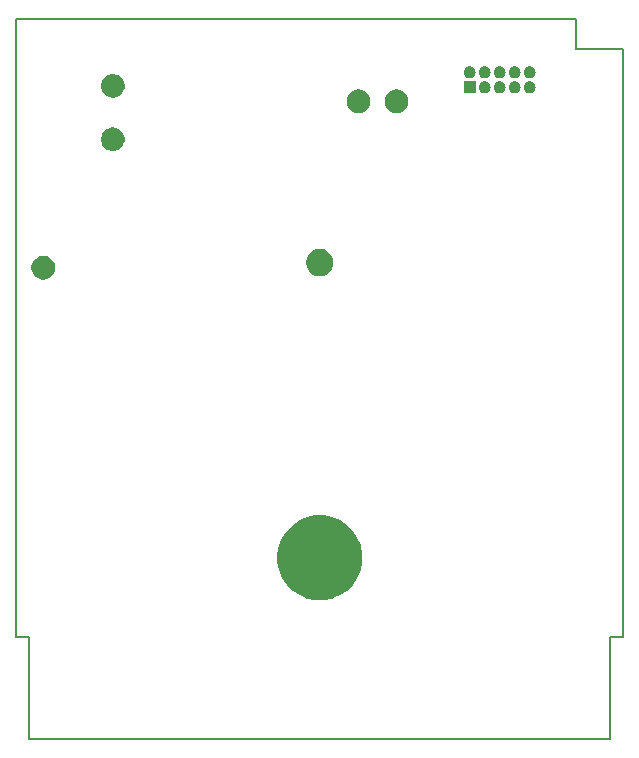
<source format=gbr>
G04 #@! TF.GenerationSoftware,KiCad,Pcbnew,5.0.2-bee76a0~70~ubuntu18.10.1*
G04 #@! TF.CreationDate,2019-01-06T00:11:17+02:00*
G04 #@! TF.ProjectId,GB-CART2M-A,47422d43-4152-4543-924d-2d412e6b6963,v1.0*
G04 #@! TF.SameCoordinates,Original*
G04 #@! TF.FileFunction,Soldermask,Bot*
G04 #@! TF.FilePolarity,Negative*
%FSLAX46Y46*%
G04 Gerber Fmt 4.6, Leading zero omitted, Abs format (unit mm)*
G04 Created by KiCad (PCBNEW 5.0.2-bee76a0~70~ubuntu18.10.1) date su  6. tammikuuta 2019 00.11.17*
%MOMM*%
%LPD*%
G01*
G04 APERTURE LIST*
%ADD10C,0.150000*%
%ADD11C,0.100000*%
G04 APERTURE END LIST*
D10*
X121700000Y-39000000D02*
X121700000Y-41600000D01*
X74300000Y-39000000D02*
X121700000Y-39000000D01*
X125700000Y-41600000D02*
X121700000Y-41600000D01*
X74300000Y-91400000D02*
X74300000Y-39000000D01*
X75400000Y-91400000D02*
X74300000Y-91400000D01*
X75400000Y-100000000D02*
X75400000Y-91400000D01*
X125700000Y-91400000D02*
X125700000Y-41600000D01*
X124600000Y-91400000D02*
X125700000Y-91400000D01*
X124600000Y-100000000D02*
X124600000Y-91400000D01*
X75400000Y-100000000D02*
X124600000Y-100000000D01*
D11*
G36*
X101050081Y-81188346D02*
X101050083Y-81188347D01*
X101050084Y-81188347D01*
X101292095Y-81288591D01*
X101705240Y-81459721D01*
X102294866Y-81853697D01*
X102796303Y-82355134D01*
X103190279Y-82944760D01*
X103461654Y-83599919D01*
X103600000Y-84295431D01*
X103600000Y-85004569D01*
X103461654Y-85700081D01*
X103190279Y-86355240D01*
X102796303Y-86944866D01*
X102294866Y-87446303D01*
X101705240Y-87840279D01*
X101292095Y-88011409D01*
X101050084Y-88111653D01*
X101050083Y-88111653D01*
X101050081Y-88111654D01*
X100354569Y-88250000D01*
X99645431Y-88250000D01*
X98949919Y-88111654D01*
X98949917Y-88111653D01*
X98949916Y-88111653D01*
X98707905Y-88011409D01*
X98294760Y-87840279D01*
X97705134Y-87446303D01*
X97203697Y-86944866D01*
X96809721Y-86355240D01*
X96538346Y-85700081D01*
X96400000Y-85004569D01*
X96400000Y-84295431D01*
X96538346Y-83599919D01*
X96809721Y-82944760D01*
X97203697Y-82355134D01*
X97705134Y-81853697D01*
X98294760Y-81459721D01*
X98707905Y-81288591D01*
X98949916Y-81188347D01*
X98949917Y-81188347D01*
X98949919Y-81188346D01*
X99645431Y-81050000D01*
X100354569Y-81050000D01*
X101050081Y-81188346D01*
X101050081Y-81188346D01*
G37*
G36*
X76814410Y-59123057D02*
X76891689Y-59138429D01*
X77073678Y-59213811D01*
X77237463Y-59323249D01*
X77376751Y-59462537D01*
X77486189Y-59626322D01*
X77561571Y-59808311D01*
X77561571Y-59808313D01*
X77600000Y-60001506D01*
X77600000Y-60198494D01*
X77576943Y-60314410D01*
X77561571Y-60391689D01*
X77486189Y-60573678D01*
X77376751Y-60737463D01*
X77237463Y-60876751D01*
X77073678Y-60986189D01*
X76891689Y-61061571D01*
X76814410Y-61076943D01*
X76698494Y-61100000D01*
X76501506Y-61100000D01*
X76385590Y-61076943D01*
X76308311Y-61061571D01*
X76126322Y-60986189D01*
X75962537Y-60876751D01*
X75823249Y-60737463D01*
X75713811Y-60573678D01*
X75638429Y-60391689D01*
X75623057Y-60314410D01*
X75600000Y-60198494D01*
X75600000Y-60001506D01*
X75638429Y-59808313D01*
X75638429Y-59808311D01*
X75713811Y-59626322D01*
X75823249Y-59462537D01*
X75962537Y-59323249D01*
X76126322Y-59213811D01*
X76308311Y-59138429D01*
X76385590Y-59123057D01*
X76501506Y-59100000D01*
X76698494Y-59100000D01*
X76814410Y-59123057D01*
X76814410Y-59123057D01*
G37*
G36*
X100335443Y-58544194D02*
X100544729Y-58630884D01*
X100733082Y-58756737D01*
X100893263Y-58916918D01*
X101019116Y-59105271D01*
X101105806Y-59314557D01*
X101150000Y-59536735D01*
X101150000Y-59763265D01*
X101105806Y-59985443D01*
X101019116Y-60194729D01*
X100893263Y-60383082D01*
X100733082Y-60543263D01*
X100544729Y-60669116D01*
X100335443Y-60755806D01*
X100113265Y-60800000D01*
X99886735Y-60800000D01*
X99664557Y-60755806D01*
X99455271Y-60669116D01*
X99266918Y-60543263D01*
X99106737Y-60383082D01*
X98980884Y-60194729D01*
X98894194Y-59985443D01*
X98850000Y-59763265D01*
X98850000Y-59536735D01*
X98894194Y-59314557D01*
X98980884Y-59105271D01*
X99106737Y-58916918D01*
X99266918Y-58756737D01*
X99455271Y-58630884D01*
X99664557Y-58544194D01*
X99886735Y-58500000D01*
X100113265Y-58500000D01*
X100335443Y-58544194D01*
X100335443Y-58544194D01*
G37*
G36*
X82714410Y-48223057D02*
X82791689Y-48238429D01*
X82973678Y-48313811D01*
X83137463Y-48423249D01*
X83276751Y-48562537D01*
X83386189Y-48726322D01*
X83461571Y-48908311D01*
X83461571Y-48908313D01*
X83500000Y-49101506D01*
X83500000Y-49298494D01*
X83476943Y-49414410D01*
X83461571Y-49491689D01*
X83386189Y-49673678D01*
X83276751Y-49837463D01*
X83137463Y-49976751D01*
X82973678Y-50086189D01*
X82791689Y-50161571D01*
X82714410Y-50176943D01*
X82598494Y-50200000D01*
X82401506Y-50200000D01*
X82285590Y-50176943D01*
X82208311Y-50161571D01*
X82026322Y-50086189D01*
X81862537Y-49976751D01*
X81723249Y-49837463D01*
X81613811Y-49673678D01*
X81538429Y-49491689D01*
X81523057Y-49414410D01*
X81500000Y-49298494D01*
X81500000Y-49101506D01*
X81538429Y-48908313D01*
X81538429Y-48908311D01*
X81613811Y-48726322D01*
X81723249Y-48562537D01*
X81862537Y-48423249D01*
X82026322Y-48313811D01*
X82208311Y-48238429D01*
X82285590Y-48223057D01*
X82401506Y-48200000D01*
X82598494Y-48200000D01*
X82714410Y-48223057D01*
X82714410Y-48223057D01*
G37*
G36*
X103514410Y-45023057D02*
X103591689Y-45038429D01*
X103773678Y-45113811D01*
X103937463Y-45223249D01*
X104076751Y-45362537D01*
X104186189Y-45526322D01*
X104261571Y-45708311D01*
X104261571Y-45708313D01*
X104300000Y-45901506D01*
X104300000Y-46098494D01*
X104276943Y-46214410D01*
X104261571Y-46291689D01*
X104186189Y-46473678D01*
X104076751Y-46637463D01*
X103937463Y-46776751D01*
X103773678Y-46886189D01*
X103591689Y-46961571D01*
X103514410Y-46976943D01*
X103398494Y-47000000D01*
X103201506Y-47000000D01*
X103085590Y-46976943D01*
X103008311Y-46961571D01*
X102826322Y-46886189D01*
X102662537Y-46776751D01*
X102523249Y-46637463D01*
X102413811Y-46473678D01*
X102338429Y-46291689D01*
X102323057Y-46214410D01*
X102300000Y-46098494D01*
X102300000Y-45901506D01*
X102338429Y-45708313D01*
X102338429Y-45708311D01*
X102413811Y-45526322D01*
X102523249Y-45362537D01*
X102662537Y-45223249D01*
X102826322Y-45113811D01*
X103008311Y-45038429D01*
X103085590Y-45023057D01*
X103201506Y-45000000D01*
X103398494Y-45000000D01*
X103514410Y-45023057D01*
X103514410Y-45023057D01*
G37*
G36*
X106714410Y-45023057D02*
X106791689Y-45038429D01*
X106973678Y-45113811D01*
X107137463Y-45223249D01*
X107276751Y-45362537D01*
X107386189Y-45526322D01*
X107461571Y-45708311D01*
X107461571Y-45708313D01*
X107500000Y-45901506D01*
X107500000Y-46098494D01*
X107476943Y-46214410D01*
X107461571Y-46291689D01*
X107386189Y-46473678D01*
X107276751Y-46637463D01*
X107137463Y-46776751D01*
X106973678Y-46886189D01*
X106791689Y-46961571D01*
X106714410Y-46976943D01*
X106598494Y-47000000D01*
X106401506Y-47000000D01*
X106285590Y-46976943D01*
X106208311Y-46961571D01*
X106026322Y-46886189D01*
X105862537Y-46776751D01*
X105723249Y-46637463D01*
X105613811Y-46473678D01*
X105538429Y-46291689D01*
X105523057Y-46214410D01*
X105500000Y-46098494D01*
X105500000Y-45901506D01*
X105538429Y-45708313D01*
X105538429Y-45708311D01*
X105613811Y-45526322D01*
X105723249Y-45362537D01*
X105862537Y-45223249D01*
X106026322Y-45113811D01*
X106208311Y-45038429D01*
X106285590Y-45023057D01*
X106401506Y-45000000D01*
X106598494Y-45000000D01*
X106714410Y-45023057D01*
X106714410Y-45023057D01*
G37*
G36*
X82710436Y-43722267D02*
X82791689Y-43738429D01*
X82973678Y-43813811D01*
X83137463Y-43923249D01*
X83276751Y-44062537D01*
X83386189Y-44226322D01*
X83461571Y-44408311D01*
X83461571Y-44408313D01*
X83500000Y-44601506D01*
X83500000Y-44798494D01*
X83480203Y-44898017D01*
X83461571Y-44991689D01*
X83386189Y-45173678D01*
X83276751Y-45337463D01*
X83137463Y-45476751D01*
X82973678Y-45586189D01*
X82791689Y-45661571D01*
X82714410Y-45676943D01*
X82598494Y-45700000D01*
X82401506Y-45700000D01*
X82285590Y-45676943D01*
X82208311Y-45661571D01*
X82026322Y-45586189D01*
X81862537Y-45476751D01*
X81723249Y-45337463D01*
X81613811Y-45173678D01*
X81538429Y-44991689D01*
X81519797Y-44898017D01*
X81500000Y-44798494D01*
X81500000Y-44601506D01*
X81538429Y-44408313D01*
X81538429Y-44408311D01*
X81613811Y-44226322D01*
X81723249Y-44062537D01*
X81862537Y-43923249D01*
X82026322Y-43813811D01*
X82208311Y-43738429D01*
X82289564Y-43722267D01*
X82401506Y-43700000D01*
X82598494Y-43700000D01*
X82710436Y-43722267D01*
X82710436Y-43722267D01*
G37*
G36*
X116608016Y-44307234D02*
X116702267Y-44335825D01*
X116789130Y-44382254D01*
X116865264Y-44444736D01*
X116927746Y-44520870D01*
X116974175Y-44607733D01*
X117002766Y-44701984D01*
X117012420Y-44800000D01*
X117002766Y-44898016D01*
X116974175Y-44992267D01*
X116927746Y-45079130D01*
X116865264Y-45155264D01*
X116789130Y-45217746D01*
X116702267Y-45264175D01*
X116608016Y-45292766D01*
X116534566Y-45300000D01*
X116485434Y-45300000D01*
X116411984Y-45292766D01*
X116317733Y-45264175D01*
X116230870Y-45217746D01*
X116154736Y-45155264D01*
X116092254Y-45079130D01*
X116045825Y-44992267D01*
X116017234Y-44898016D01*
X116007580Y-44800000D01*
X116017234Y-44701984D01*
X116045825Y-44607733D01*
X116092254Y-44520870D01*
X116154736Y-44444736D01*
X116230870Y-44382254D01*
X116317733Y-44335825D01*
X116411984Y-44307234D01*
X116485434Y-44300000D01*
X116534566Y-44300000D01*
X116608016Y-44307234D01*
X116608016Y-44307234D01*
G37*
G36*
X114068016Y-44307234D02*
X114162267Y-44335825D01*
X114249130Y-44382254D01*
X114325264Y-44444736D01*
X114387746Y-44520870D01*
X114434175Y-44607733D01*
X114462766Y-44701984D01*
X114472420Y-44800000D01*
X114462766Y-44898016D01*
X114434175Y-44992267D01*
X114387746Y-45079130D01*
X114325264Y-45155264D01*
X114249130Y-45217746D01*
X114162267Y-45264175D01*
X114068016Y-45292766D01*
X113994566Y-45300000D01*
X113945434Y-45300000D01*
X113871984Y-45292766D01*
X113777733Y-45264175D01*
X113690870Y-45217746D01*
X113614736Y-45155264D01*
X113552254Y-45079130D01*
X113505825Y-44992267D01*
X113477234Y-44898016D01*
X113467580Y-44800000D01*
X113477234Y-44701984D01*
X113505825Y-44607733D01*
X113552254Y-44520870D01*
X113614736Y-44444736D01*
X113690870Y-44382254D01*
X113777733Y-44335825D01*
X113871984Y-44307234D01*
X113945434Y-44300000D01*
X113994566Y-44300000D01*
X114068016Y-44307234D01*
X114068016Y-44307234D01*
G37*
G36*
X113200000Y-45300000D02*
X112200000Y-45300000D01*
X112200000Y-44300000D01*
X113200000Y-44300000D01*
X113200000Y-45300000D01*
X113200000Y-45300000D01*
G37*
G36*
X115338016Y-44307234D02*
X115432267Y-44335825D01*
X115519130Y-44382254D01*
X115595264Y-44444736D01*
X115657746Y-44520870D01*
X115704175Y-44607733D01*
X115732766Y-44701984D01*
X115742420Y-44800000D01*
X115732766Y-44898016D01*
X115704175Y-44992267D01*
X115657746Y-45079130D01*
X115595264Y-45155264D01*
X115519130Y-45217746D01*
X115432267Y-45264175D01*
X115338016Y-45292766D01*
X115264566Y-45300000D01*
X115215434Y-45300000D01*
X115141984Y-45292766D01*
X115047733Y-45264175D01*
X114960870Y-45217746D01*
X114884736Y-45155264D01*
X114822254Y-45079130D01*
X114775825Y-44992267D01*
X114747234Y-44898016D01*
X114737580Y-44800000D01*
X114747234Y-44701984D01*
X114775825Y-44607733D01*
X114822254Y-44520870D01*
X114884736Y-44444736D01*
X114960870Y-44382254D01*
X115047733Y-44335825D01*
X115141984Y-44307234D01*
X115215434Y-44300000D01*
X115264566Y-44300000D01*
X115338016Y-44307234D01*
X115338016Y-44307234D01*
G37*
G36*
X117878016Y-44307234D02*
X117972267Y-44335825D01*
X118059130Y-44382254D01*
X118135264Y-44444736D01*
X118197746Y-44520870D01*
X118244175Y-44607733D01*
X118272766Y-44701984D01*
X118282420Y-44800000D01*
X118272766Y-44898016D01*
X118244175Y-44992267D01*
X118197746Y-45079130D01*
X118135264Y-45155264D01*
X118059130Y-45217746D01*
X117972267Y-45264175D01*
X117878016Y-45292766D01*
X117804566Y-45300000D01*
X117755434Y-45300000D01*
X117681984Y-45292766D01*
X117587733Y-45264175D01*
X117500870Y-45217746D01*
X117424736Y-45155264D01*
X117362254Y-45079130D01*
X117315825Y-44992267D01*
X117287234Y-44898016D01*
X117277580Y-44800000D01*
X117287234Y-44701984D01*
X117315825Y-44607733D01*
X117362254Y-44520870D01*
X117424736Y-44444736D01*
X117500870Y-44382254D01*
X117587733Y-44335825D01*
X117681984Y-44307234D01*
X117755434Y-44300000D01*
X117804566Y-44300000D01*
X117878016Y-44307234D01*
X117878016Y-44307234D01*
G37*
G36*
X115338016Y-43037234D02*
X115432267Y-43065825D01*
X115519130Y-43112254D01*
X115595264Y-43174736D01*
X115657746Y-43250870D01*
X115704175Y-43337733D01*
X115732766Y-43431984D01*
X115742420Y-43530000D01*
X115732766Y-43628016D01*
X115704175Y-43722267D01*
X115657746Y-43809130D01*
X115595264Y-43885264D01*
X115519130Y-43947746D01*
X115432267Y-43994175D01*
X115338016Y-44022766D01*
X115264566Y-44030000D01*
X115215434Y-44030000D01*
X115141984Y-44022766D01*
X115047733Y-43994175D01*
X114960870Y-43947746D01*
X114884736Y-43885264D01*
X114822254Y-43809130D01*
X114775825Y-43722267D01*
X114747234Y-43628016D01*
X114737580Y-43530000D01*
X114747234Y-43431984D01*
X114775825Y-43337733D01*
X114822254Y-43250870D01*
X114884736Y-43174736D01*
X114960870Y-43112254D01*
X115047733Y-43065825D01*
X115141984Y-43037234D01*
X115215434Y-43030000D01*
X115264566Y-43030000D01*
X115338016Y-43037234D01*
X115338016Y-43037234D01*
G37*
G36*
X117878016Y-43037234D02*
X117972267Y-43065825D01*
X118059130Y-43112254D01*
X118135264Y-43174736D01*
X118197746Y-43250870D01*
X118244175Y-43337733D01*
X118272766Y-43431984D01*
X118282420Y-43530000D01*
X118272766Y-43628016D01*
X118244175Y-43722267D01*
X118197746Y-43809130D01*
X118135264Y-43885264D01*
X118059130Y-43947746D01*
X117972267Y-43994175D01*
X117878016Y-44022766D01*
X117804566Y-44030000D01*
X117755434Y-44030000D01*
X117681984Y-44022766D01*
X117587733Y-43994175D01*
X117500870Y-43947746D01*
X117424736Y-43885264D01*
X117362254Y-43809130D01*
X117315825Y-43722267D01*
X117287234Y-43628016D01*
X117277580Y-43530000D01*
X117287234Y-43431984D01*
X117315825Y-43337733D01*
X117362254Y-43250870D01*
X117424736Y-43174736D01*
X117500870Y-43112254D01*
X117587733Y-43065825D01*
X117681984Y-43037234D01*
X117755434Y-43030000D01*
X117804566Y-43030000D01*
X117878016Y-43037234D01*
X117878016Y-43037234D01*
G37*
G36*
X116608016Y-43037234D02*
X116702267Y-43065825D01*
X116789130Y-43112254D01*
X116865264Y-43174736D01*
X116927746Y-43250870D01*
X116974175Y-43337733D01*
X117002766Y-43431984D01*
X117012420Y-43530000D01*
X117002766Y-43628016D01*
X116974175Y-43722267D01*
X116927746Y-43809130D01*
X116865264Y-43885264D01*
X116789130Y-43947746D01*
X116702267Y-43994175D01*
X116608016Y-44022766D01*
X116534566Y-44030000D01*
X116485434Y-44030000D01*
X116411984Y-44022766D01*
X116317733Y-43994175D01*
X116230870Y-43947746D01*
X116154736Y-43885264D01*
X116092254Y-43809130D01*
X116045825Y-43722267D01*
X116017234Y-43628016D01*
X116007580Y-43530000D01*
X116017234Y-43431984D01*
X116045825Y-43337733D01*
X116092254Y-43250870D01*
X116154736Y-43174736D01*
X116230870Y-43112254D01*
X116317733Y-43065825D01*
X116411984Y-43037234D01*
X116485434Y-43030000D01*
X116534566Y-43030000D01*
X116608016Y-43037234D01*
X116608016Y-43037234D01*
G37*
G36*
X114068016Y-43037234D02*
X114162267Y-43065825D01*
X114249130Y-43112254D01*
X114325264Y-43174736D01*
X114387746Y-43250870D01*
X114434175Y-43337733D01*
X114462766Y-43431984D01*
X114472420Y-43530000D01*
X114462766Y-43628016D01*
X114434175Y-43722267D01*
X114387746Y-43809130D01*
X114325264Y-43885264D01*
X114249130Y-43947746D01*
X114162267Y-43994175D01*
X114068016Y-44022766D01*
X113994566Y-44030000D01*
X113945434Y-44030000D01*
X113871984Y-44022766D01*
X113777733Y-43994175D01*
X113690870Y-43947746D01*
X113614736Y-43885264D01*
X113552254Y-43809130D01*
X113505825Y-43722267D01*
X113477234Y-43628016D01*
X113467580Y-43530000D01*
X113477234Y-43431984D01*
X113505825Y-43337733D01*
X113552254Y-43250870D01*
X113614736Y-43174736D01*
X113690870Y-43112254D01*
X113777733Y-43065825D01*
X113871984Y-43037234D01*
X113945434Y-43030000D01*
X113994566Y-43030000D01*
X114068016Y-43037234D01*
X114068016Y-43037234D01*
G37*
G36*
X112798016Y-43037234D02*
X112892267Y-43065825D01*
X112979130Y-43112254D01*
X113055264Y-43174736D01*
X113117746Y-43250870D01*
X113164175Y-43337733D01*
X113192766Y-43431984D01*
X113202420Y-43530000D01*
X113192766Y-43628016D01*
X113164175Y-43722267D01*
X113117746Y-43809130D01*
X113055264Y-43885264D01*
X112979130Y-43947746D01*
X112892267Y-43994175D01*
X112798016Y-44022766D01*
X112724566Y-44030000D01*
X112675434Y-44030000D01*
X112601984Y-44022766D01*
X112507733Y-43994175D01*
X112420870Y-43947746D01*
X112344736Y-43885264D01*
X112282254Y-43809130D01*
X112235825Y-43722267D01*
X112207234Y-43628016D01*
X112197580Y-43530000D01*
X112207234Y-43431984D01*
X112235825Y-43337733D01*
X112282254Y-43250870D01*
X112344736Y-43174736D01*
X112420870Y-43112254D01*
X112507733Y-43065825D01*
X112601984Y-43037234D01*
X112675434Y-43030000D01*
X112724566Y-43030000D01*
X112798016Y-43037234D01*
X112798016Y-43037234D01*
G37*
M02*

</source>
